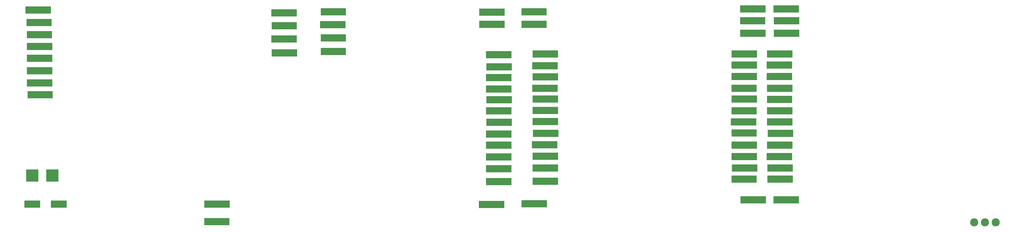
<source format=gbr>
G04 #@! TF.FileFunction,Soldermask,Top*
%FSLAX46Y46*%
G04 Gerber Fmt 4.6, Leading zero omitted, Abs format (unit mm)*
G04 Created by KiCad (PCBNEW 4.0.6) date 05/08/17 10:58:46*
%MOMM*%
%LPD*%
G01*
G04 APERTURE LIST*
%ADD10C,0.100000*%
%ADD11C,1.500000*%
%ADD12R,1.035000X1.670000*%
%ADD13R,3.700000X1.700000*%
%ADD14R,2.940000X2.940000*%
%ADD15C,1.924000*%
G04 APERTURE END LIST*
D10*
D11*
X211412500Y-90281700D03*
D12*
X211793500Y-90281700D03*
X212428500Y-90281700D03*
X211158500Y-90281700D03*
X210523500Y-90281700D03*
X209888500Y-90281700D03*
X213025400Y-90281700D03*
X213622300Y-90281700D03*
X209266200Y-90281700D03*
X208643900Y-90281700D03*
D11*
X213014500Y-82458500D03*
D12*
X213395500Y-82458500D03*
X214030500Y-82458500D03*
X212760500Y-82458500D03*
X212125500Y-82458500D03*
X211490500Y-82458500D03*
X214627400Y-82458500D03*
X215224300Y-82458500D03*
X210868200Y-82458500D03*
X210245900Y-82458500D03*
D11*
X203057700Y-90281700D03*
D12*
X203438700Y-90281700D03*
X204073700Y-90281700D03*
X202803700Y-90281700D03*
X202168700Y-90281700D03*
X201533700Y-90281700D03*
X204670600Y-90281700D03*
X205267500Y-90281700D03*
X200911400Y-90281700D03*
X200289100Y-90281700D03*
D11*
X205013500Y-82407700D03*
D12*
X205394500Y-82407700D03*
X206029500Y-82407700D03*
X204759500Y-82407700D03*
X204124500Y-82407700D03*
X203489500Y-82407700D03*
X206626400Y-82407700D03*
X207223300Y-82407700D03*
X202867200Y-82407700D03*
X202244900Y-82407700D03*
D11*
X156042300Y-90332500D03*
D12*
X156423300Y-90332500D03*
X157058300Y-90332500D03*
X155788300Y-90332500D03*
X155153300Y-90332500D03*
X154518300Y-90332500D03*
X157655200Y-90332500D03*
X158252100Y-90332500D03*
X153896000Y-90332500D03*
X153273700Y-90332500D03*
D11*
X153375300Y-80324900D03*
D12*
X153756300Y-80324900D03*
X154391300Y-80324900D03*
X153121300Y-80324900D03*
X152486300Y-80324900D03*
X151851300Y-80324900D03*
X154988200Y-80324900D03*
X155585100Y-80324900D03*
X151229000Y-80324900D03*
X150606700Y-80324900D03*
D11*
X145062300Y-90490100D03*
D12*
X145443300Y-90490100D03*
X146078300Y-90490100D03*
X144808300Y-90490100D03*
X144173300Y-90490100D03*
X143538300Y-90490100D03*
X146675200Y-90490100D03*
X147272100Y-90490100D03*
X142916000Y-90490100D03*
X142293700Y-90490100D03*
D11*
X143452700Y-80411500D03*
D12*
X143833700Y-80411500D03*
X144468700Y-80411500D03*
X143198700Y-80411500D03*
X142563700Y-80411500D03*
X141928700Y-80411500D03*
X145065600Y-80411500D03*
X145662500Y-80411500D03*
X141306400Y-80411500D03*
X140684100Y-80411500D03*
D11*
X211386100Y-103718300D03*
D12*
X211767100Y-103718300D03*
X212402100Y-103718300D03*
X211132100Y-103718300D03*
X210497100Y-103718300D03*
X209862100Y-103718300D03*
X212999000Y-103718300D03*
X213595900Y-103718300D03*
X209239800Y-103718300D03*
X208617500Y-103718300D03*
D11*
X202981500Y-103769100D03*
D12*
X203362500Y-103769100D03*
X203997500Y-103769100D03*
X202727500Y-103769100D03*
X202092500Y-103769100D03*
X201457500Y-103769100D03*
X204594400Y-103769100D03*
X205191300Y-103769100D03*
X200835200Y-103769100D03*
X200212900Y-103769100D03*
D11*
X211411500Y-106385300D03*
D12*
X211792500Y-106385300D03*
X212427500Y-106385300D03*
X211157500Y-106385300D03*
X210522500Y-106385300D03*
X209887500Y-106385300D03*
X213024400Y-106385300D03*
X213621300Y-106385300D03*
X209265200Y-106385300D03*
X208642900Y-106385300D03*
D11*
X202879900Y-106385300D03*
D12*
X203260900Y-106385300D03*
X203895900Y-106385300D03*
X202625900Y-106385300D03*
X201990900Y-106385300D03*
X201355900Y-106385300D03*
X204492800Y-106385300D03*
X205089700Y-106385300D03*
X200733600Y-106385300D03*
X200111300Y-106385300D03*
D11*
X156067700Y-106309100D03*
D12*
X156448700Y-106309100D03*
X157083700Y-106309100D03*
X155813700Y-106309100D03*
X155178700Y-106309100D03*
X154543700Y-106309100D03*
X157680600Y-106309100D03*
X158277500Y-106309100D03*
X153921400Y-106309100D03*
X153299100Y-106309100D03*
D11*
X145138500Y-106466700D03*
D12*
X145519500Y-106466700D03*
X146154500Y-106466700D03*
X144884500Y-106466700D03*
X144249500Y-106466700D03*
X143614500Y-106466700D03*
X146751400Y-106466700D03*
X147348300Y-106466700D03*
X142992200Y-106466700D03*
X142369900Y-106466700D03*
D11*
X211587500Y-109077700D03*
D12*
X211968500Y-109077700D03*
X212603500Y-109077700D03*
X211333500Y-109077700D03*
X210698500Y-109077700D03*
X210063500Y-109077700D03*
X213200400Y-109077700D03*
X213797300Y-109077700D03*
X209441200Y-109077700D03*
X208818900Y-109077700D03*
D11*
X202981500Y-109026900D03*
D12*
X203362500Y-109026900D03*
X203997500Y-109026900D03*
X202727500Y-109026900D03*
X202092500Y-109026900D03*
X201457500Y-109026900D03*
X204594400Y-109026900D03*
X205191300Y-109026900D03*
X200835200Y-109026900D03*
X200212900Y-109026900D03*
D11*
X156093100Y-109077700D03*
D12*
X156474100Y-109077700D03*
X157109100Y-109077700D03*
X155839100Y-109077700D03*
X155204100Y-109077700D03*
X154569100Y-109077700D03*
X157706000Y-109077700D03*
X158302900Y-109077700D03*
X153946800Y-109077700D03*
X153324500Y-109077700D03*
D11*
X145011500Y-109235300D03*
D12*
X145392500Y-109235300D03*
X146027500Y-109235300D03*
X144757500Y-109235300D03*
X144122500Y-109235300D03*
X143487500Y-109235300D03*
X146624400Y-109235300D03*
X147221300Y-109235300D03*
X142865200Y-109235300D03*
X142242900Y-109235300D03*
D11*
X145062300Y-95900300D03*
D12*
X145443300Y-95900300D03*
X146078300Y-95900300D03*
X144808300Y-95900300D03*
X144173300Y-95900300D03*
X143538300Y-95900300D03*
X146675200Y-95900300D03*
X147272100Y-95900300D03*
X142916000Y-95900300D03*
X142293700Y-95900300D03*
D11*
X145036900Y-120512900D03*
D12*
X145417900Y-120512900D03*
X146052900Y-120512900D03*
X144782900Y-120512900D03*
X144147900Y-120512900D03*
X143512900Y-120512900D03*
X146649800Y-120512900D03*
X147246700Y-120512900D03*
X142890600Y-120512900D03*
X142268300Y-120512900D03*
D11*
X145011500Y-103799700D03*
D12*
X145392500Y-103799700D03*
X146027500Y-103799700D03*
X144757500Y-103799700D03*
X144122500Y-103799700D03*
X143487500Y-103799700D03*
X146624400Y-103799700D03*
X147221300Y-103799700D03*
X142865200Y-103799700D03*
X142242900Y-103799700D03*
D11*
X145036900Y-111902300D03*
D12*
X145417900Y-111902300D03*
X146052900Y-111902300D03*
X144782900Y-111902300D03*
X144147900Y-111902300D03*
X143512900Y-111902300D03*
X146649800Y-111902300D03*
X147246700Y-111902300D03*
X142890600Y-111902300D03*
X142268300Y-111902300D03*
D11*
X211338100Y-92948700D03*
D12*
X211719100Y-92948700D03*
X212354100Y-92948700D03*
X211084100Y-92948700D03*
X210449100Y-92948700D03*
X209814100Y-92948700D03*
X212951000Y-92948700D03*
X213547900Y-92948700D03*
X209191800Y-92948700D03*
X208569500Y-92948700D03*
D11*
X203006900Y-92897900D03*
D12*
X203387900Y-92897900D03*
X204022900Y-92897900D03*
X202752900Y-92897900D03*
X202117900Y-92897900D03*
X201482900Y-92897900D03*
X204619800Y-92897900D03*
X205216700Y-92897900D03*
X200860600Y-92897900D03*
X200238300Y-92897900D03*
D11*
X211361700Y-114614900D03*
D12*
X211742700Y-114614900D03*
X212377700Y-114614900D03*
X211107700Y-114614900D03*
X210472700Y-114614900D03*
X209837700Y-114614900D03*
X212974600Y-114614900D03*
X213571500Y-114614900D03*
X209215400Y-114614900D03*
X208593100Y-114614900D03*
D11*
X203057700Y-114614900D03*
D12*
X203438700Y-114614900D03*
X204073700Y-114614900D03*
X202803700Y-114614900D03*
X202168700Y-114614900D03*
X201533700Y-114614900D03*
X204670600Y-114614900D03*
X205267500Y-114614900D03*
X200911400Y-114614900D03*
X200289100Y-114614900D03*
D11*
X156016900Y-114513300D03*
D12*
X156397900Y-114513300D03*
X157032900Y-114513300D03*
X155762900Y-114513300D03*
X155127900Y-114513300D03*
X154492900Y-114513300D03*
X157629800Y-114513300D03*
X158226700Y-114513300D03*
X153870600Y-114513300D03*
X153248300Y-114513300D03*
D11*
X145036900Y-114696300D03*
D12*
X145417900Y-114696300D03*
X146052900Y-114696300D03*
X144782900Y-114696300D03*
X144147900Y-114696300D03*
X143512900Y-114696300D03*
X146649800Y-114696300D03*
X147246700Y-114696300D03*
X142890600Y-114696300D03*
X142268300Y-114696300D03*
D11*
X211388900Y-98384300D03*
D12*
X211769900Y-98384300D03*
X212404900Y-98384300D03*
X211134900Y-98384300D03*
X210499900Y-98384300D03*
X209864900Y-98384300D03*
X213001800Y-98384300D03*
X213598700Y-98384300D03*
X209242600Y-98384300D03*
X208620300Y-98384300D03*
D11*
X202981500Y-98409700D03*
D12*
X203362500Y-98409700D03*
X203997500Y-98409700D03*
X202727500Y-98409700D03*
X202092500Y-98409700D03*
X201457500Y-98409700D03*
X204594400Y-98409700D03*
X205191300Y-98409700D03*
X200835200Y-98409700D03*
X200212900Y-98409700D03*
D11*
X155966100Y-98409700D03*
D12*
X156347100Y-98409700D03*
X156982100Y-98409700D03*
X155712100Y-98409700D03*
X155077100Y-98409700D03*
X154442100Y-98409700D03*
X157579000Y-98409700D03*
X158175900Y-98409700D03*
X153819800Y-98409700D03*
X153197500Y-98409700D03*
D11*
X145062300Y-98592700D03*
D12*
X145443300Y-98592700D03*
X146078300Y-98592700D03*
X144808300Y-98592700D03*
X144173300Y-98592700D03*
X143538300Y-98592700D03*
X146675200Y-98592700D03*
X147272100Y-98592700D03*
X142916000Y-98592700D03*
X142293700Y-98592700D03*
D11*
X213014500Y-85354100D03*
D12*
X213395500Y-85354100D03*
X214030500Y-85354100D03*
X212760500Y-85354100D03*
X212125500Y-85354100D03*
X211490500Y-85354100D03*
X214627400Y-85354100D03*
X215224300Y-85354100D03*
X210868200Y-85354100D03*
X210245900Y-85354100D03*
D11*
X212963700Y-124825700D03*
D12*
X213344700Y-124825700D03*
X213979700Y-124825700D03*
X212709700Y-124825700D03*
X212074700Y-124825700D03*
X211439700Y-124825700D03*
X214576600Y-124825700D03*
X215173500Y-124825700D03*
X210817400Y-124825700D03*
X210195100Y-124825700D03*
D11*
X205038900Y-85354100D03*
D12*
X205419900Y-85354100D03*
X206054900Y-85354100D03*
X204784900Y-85354100D03*
X204149900Y-85354100D03*
X203514900Y-85354100D03*
X206651800Y-85354100D03*
X207248700Y-85354100D03*
X202892600Y-85354100D03*
X202270300Y-85354100D03*
D11*
X205165900Y-124876500D03*
D12*
X205546900Y-124876500D03*
X206181900Y-124876500D03*
X204911900Y-124876500D03*
X204276900Y-124876500D03*
X203641900Y-124876500D03*
X206778800Y-124876500D03*
X207375700Y-124876500D03*
X203019600Y-124876500D03*
X202397300Y-124876500D03*
D11*
X143351700Y-125931900D03*
D12*
X143732700Y-125931900D03*
X144367700Y-125931900D03*
X143097700Y-125931900D03*
X142462700Y-125931900D03*
X141827700Y-125931900D03*
X144964600Y-125931900D03*
X145561500Y-125931900D03*
X141205400Y-125931900D03*
X140583100Y-125931900D03*
D11*
X153375300Y-83245900D03*
D12*
X153756300Y-83245900D03*
X154391300Y-83245900D03*
X153121300Y-83245900D03*
X152486300Y-83245900D03*
X151851300Y-83245900D03*
X154988200Y-83245900D03*
X155585100Y-83245900D03*
X151229000Y-83245900D03*
X150606700Y-83245900D03*
D11*
X153400700Y-125790900D03*
D12*
X153781700Y-125790900D03*
X154416700Y-125790900D03*
X153146700Y-125790900D03*
X152511700Y-125790900D03*
X151876700Y-125790900D03*
X155013600Y-125790900D03*
X155610500Y-125790900D03*
X151254400Y-125790900D03*
X150632100Y-125790900D03*
D11*
X155966100Y-93126500D03*
D12*
X156347100Y-93126500D03*
X156982100Y-93126500D03*
X155712100Y-93126500D03*
X155077100Y-93126500D03*
X154442100Y-93126500D03*
X157579000Y-93126500D03*
X158175900Y-93126500D03*
X153819800Y-93126500D03*
X153197500Y-93126500D03*
D11*
X156042300Y-95742700D03*
D12*
X156423300Y-95742700D03*
X157058300Y-95742700D03*
X155788300Y-95742700D03*
X155153300Y-95742700D03*
X154518300Y-95742700D03*
X157655200Y-95742700D03*
X158252100Y-95742700D03*
X153896000Y-95742700D03*
X153273700Y-95742700D03*
D11*
X156016900Y-103642100D03*
D12*
X156397900Y-103642100D03*
X157032900Y-103642100D03*
X155762900Y-103642100D03*
X155127900Y-103642100D03*
X154492900Y-103642100D03*
X157629800Y-103642100D03*
X158226700Y-103642100D03*
X153870600Y-103642100D03*
X153248300Y-103642100D03*
D11*
X155864500Y-111770100D03*
D12*
X156245500Y-111770100D03*
X156880500Y-111770100D03*
X155610500Y-111770100D03*
X154975500Y-111770100D03*
X154340500Y-111770100D03*
X157477400Y-111770100D03*
X158074300Y-111770100D03*
X153718200Y-111770100D03*
X153095900Y-111770100D03*
D11*
X156067700Y-120431500D03*
D12*
X156448700Y-120431500D03*
X157083700Y-120431500D03*
X155813700Y-120431500D03*
X155178700Y-120431500D03*
X154543700Y-120431500D03*
X157680600Y-120431500D03*
X158277500Y-120431500D03*
X153921400Y-120431500D03*
X153299100Y-120431500D03*
D11*
X145087700Y-93309500D03*
D12*
X145468700Y-93309500D03*
X146103700Y-93309500D03*
X144833700Y-93309500D03*
X144198700Y-93309500D03*
X143563700Y-93309500D03*
X146700600Y-93309500D03*
X147297500Y-93309500D03*
X142941400Y-93309500D03*
X142319100Y-93309500D03*
D11*
X212963700Y-79664500D03*
D12*
X213344700Y-79664500D03*
X213979700Y-79664500D03*
X212709700Y-79664500D03*
X212074700Y-79664500D03*
X211439700Y-79664500D03*
X214576600Y-79664500D03*
X215173500Y-79664500D03*
X210817400Y-79664500D03*
X210195100Y-79664500D03*
D11*
X211510300Y-119948900D03*
D12*
X211891300Y-119948900D03*
X212526300Y-119948900D03*
X211256300Y-119948900D03*
X210621300Y-119948900D03*
X209986300Y-119948900D03*
X213123200Y-119948900D03*
X213720100Y-119948900D03*
X209364000Y-119948900D03*
X208741700Y-119948900D03*
D11*
X211397900Y-111846300D03*
D12*
X211778900Y-111846300D03*
X212413900Y-111846300D03*
X211143900Y-111846300D03*
X210508900Y-111846300D03*
X209873900Y-111846300D03*
X213010800Y-111846300D03*
X213607700Y-111846300D03*
X209251600Y-111846300D03*
X208629300Y-111846300D03*
D11*
X205038900Y-79639100D03*
D12*
X205419900Y-79639100D03*
X206054900Y-79639100D03*
X204784900Y-79639100D03*
X204149900Y-79639100D03*
X203514900Y-79639100D03*
X206651800Y-79639100D03*
X207248700Y-79639100D03*
X202892600Y-79639100D03*
X202270300Y-79639100D03*
D11*
X202981500Y-119898100D03*
D12*
X203362500Y-119898100D03*
X203997500Y-119898100D03*
X202727500Y-119898100D03*
X202092500Y-119898100D03*
X201457500Y-119898100D03*
X204594400Y-119898100D03*
X205191300Y-119898100D03*
X200835200Y-119898100D03*
X200212900Y-119898100D03*
D11*
X203057700Y-111846300D03*
D12*
X203438700Y-111846300D03*
X204073700Y-111846300D03*
X202803700Y-111846300D03*
X202168700Y-111846300D03*
X201533700Y-111846300D03*
X204670600Y-111846300D03*
X205267500Y-111846300D03*
X200911400Y-111846300D03*
X200289100Y-111846300D03*
D11*
X143426900Y-83259900D03*
D12*
X143807900Y-83259900D03*
X144442900Y-83259900D03*
X143172900Y-83259900D03*
X142537900Y-83259900D03*
X141902900Y-83259900D03*
X145039800Y-83259900D03*
X145636700Y-83259900D03*
X141280600Y-83259900D03*
X140658300Y-83259900D03*
D11*
X211338100Y-95641100D03*
D12*
X211719100Y-95641100D03*
X212354100Y-95641100D03*
X211084100Y-95641100D03*
X210449100Y-95641100D03*
X209814100Y-95641100D03*
X212951000Y-95641100D03*
X213547900Y-95641100D03*
X209191800Y-95641100D03*
X208569500Y-95641100D03*
D11*
X203057700Y-95666500D03*
D12*
X203438700Y-95666500D03*
X204073700Y-95666500D03*
X202803700Y-95666500D03*
X202168700Y-95666500D03*
X201533700Y-95666500D03*
X204670600Y-95666500D03*
X205267500Y-95666500D03*
X200911400Y-95666500D03*
X200289100Y-95666500D03*
D11*
X211484900Y-117307300D03*
D12*
X211865900Y-117307300D03*
X212500900Y-117307300D03*
X211230900Y-117307300D03*
X210595900Y-117307300D03*
X209960900Y-117307300D03*
X213097800Y-117307300D03*
X213694700Y-117307300D03*
X209338600Y-117307300D03*
X208716300Y-117307300D03*
D11*
X203108500Y-117281900D03*
D12*
X203489500Y-117281900D03*
X204124500Y-117281900D03*
X202854500Y-117281900D03*
X202219500Y-117281900D03*
X201584500Y-117281900D03*
X204721400Y-117281900D03*
X205318300Y-117281900D03*
X200962200Y-117281900D03*
X200339900Y-117281900D03*
D11*
X156042300Y-117307300D03*
D12*
X156423300Y-117307300D03*
X157058300Y-117307300D03*
X155788300Y-117307300D03*
X155153300Y-117307300D03*
X154518300Y-117307300D03*
X157655200Y-117307300D03*
X158252100Y-117307300D03*
X153896000Y-117307300D03*
X153273700Y-117307300D03*
D11*
X145011500Y-117490300D03*
D12*
X145392500Y-117490300D03*
X146027500Y-117490300D03*
X144757500Y-117490300D03*
X144122500Y-117490300D03*
X143487500Y-117490300D03*
X146624400Y-117490300D03*
X147221300Y-117490300D03*
X142865200Y-117490300D03*
X142242900Y-117490300D03*
D11*
X211374300Y-101051300D03*
D12*
X211755300Y-101051300D03*
X212390300Y-101051300D03*
X211120300Y-101051300D03*
X210485300Y-101051300D03*
X209850300Y-101051300D03*
X212987200Y-101051300D03*
X213584100Y-101051300D03*
X209228000Y-101051300D03*
X208605700Y-101051300D03*
D11*
X203006900Y-100975100D03*
D12*
X203387900Y-100975100D03*
X204022900Y-100975100D03*
X202752900Y-100975100D03*
X202117900Y-100975100D03*
X201482900Y-100975100D03*
X204619800Y-100975100D03*
X205216700Y-100975100D03*
X200860600Y-100975100D03*
X200238300Y-100975100D03*
D11*
X156067700Y-100949700D03*
D12*
X156448700Y-100949700D03*
X157083700Y-100949700D03*
X155813700Y-100949700D03*
X155178700Y-100949700D03*
X154543700Y-100949700D03*
X157680600Y-100949700D03*
X158277500Y-100949700D03*
X153921400Y-100949700D03*
X153299100Y-100949700D03*
D11*
X145087700Y-101158100D03*
D12*
X145468700Y-101158100D03*
X146103700Y-101158100D03*
X144833700Y-101158100D03*
X144198700Y-101158100D03*
X143563700Y-101158100D03*
X146700600Y-101158100D03*
X147297500Y-101158100D03*
X142941400Y-101158100D03*
X142319100Y-101158100D03*
D11*
X78462700Y-125832900D03*
D12*
X78843700Y-125832900D03*
X79478700Y-125832900D03*
X78208700Y-125832900D03*
X77573700Y-125832900D03*
X76938700Y-125832900D03*
X80075600Y-125832900D03*
X80672500Y-125832900D03*
X76316400Y-125832900D03*
X75694100Y-125832900D03*
D11*
X78444500Y-129966900D03*
D12*
X78825500Y-129966900D03*
X79460500Y-129966900D03*
X78190500Y-129966900D03*
X77555500Y-129966900D03*
X76920500Y-129966900D03*
X80057400Y-129966900D03*
X80654300Y-129966900D03*
X76298200Y-129966900D03*
X75675900Y-129966900D03*
D11*
X105812100Y-83378900D03*
D12*
X106193100Y-83378900D03*
X106828100Y-83378900D03*
X105558100Y-83378900D03*
X104923100Y-83378900D03*
X104288100Y-83378900D03*
X107425000Y-83378900D03*
X108021900Y-83378900D03*
X103665800Y-83378900D03*
X103043500Y-83378900D03*
D11*
X105967100Y-80342900D03*
D12*
X106348100Y-80342900D03*
X106983100Y-80342900D03*
X105713100Y-80342900D03*
X105078100Y-80342900D03*
X104443100Y-80342900D03*
X107580000Y-80342900D03*
X108176900Y-80342900D03*
X103820800Y-80342900D03*
X103198500Y-80342900D03*
D11*
X94338100Y-86737900D03*
D12*
X94719100Y-86737900D03*
X95354100Y-86737900D03*
X94084100Y-86737900D03*
X93449100Y-86737900D03*
X92814100Y-86737900D03*
X95951000Y-86737900D03*
X96547900Y-86737900D03*
X92191800Y-86737900D03*
X91569500Y-86737900D03*
D11*
X94371100Y-90044900D03*
D12*
X94752100Y-90044900D03*
X95387100Y-90044900D03*
X94117100Y-90044900D03*
X93482100Y-90044900D03*
X92847100Y-90044900D03*
X95984000Y-90044900D03*
X96580900Y-90044900D03*
X92224800Y-90044900D03*
X91602500Y-90044900D03*
D11*
X105967100Y-86521900D03*
D12*
X106348100Y-86521900D03*
X106983100Y-86521900D03*
X105713100Y-86521900D03*
X105078100Y-86521900D03*
X104443100Y-86521900D03*
X107580000Y-86521900D03*
X108176900Y-86521900D03*
X103820800Y-86521900D03*
X103198500Y-86521900D03*
D11*
X94313100Y-80550900D03*
D12*
X94694100Y-80550900D03*
X95329100Y-80550900D03*
X94059100Y-80550900D03*
X93424100Y-80550900D03*
X92789100Y-80550900D03*
X95926000Y-80550900D03*
X96522900Y-80550900D03*
X92166800Y-80550900D03*
X91544500Y-80550900D03*
D11*
X94363100Y-83584900D03*
D12*
X94744100Y-83584900D03*
X95379100Y-83584900D03*
X94109100Y-83584900D03*
X93474100Y-83584900D03*
X92839100Y-83584900D03*
X95976000Y-83584900D03*
X96572900Y-83584900D03*
X92216800Y-83584900D03*
X91594500Y-83584900D03*
D11*
X105966100Y-89744900D03*
D12*
X106347100Y-89744900D03*
X106982100Y-89744900D03*
X105712100Y-89744900D03*
X105077100Y-89744900D03*
X104442100Y-89744900D03*
X107579000Y-89744900D03*
X108175900Y-89744900D03*
X103819800Y-89744900D03*
X103197500Y-89744900D03*
D11*
X36267100Y-79918900D03*
D12*
X36648100Y-79918900D03*
X37283100Y-79918900D03*
X36013100Y-79918900D03*
X35378100Y-79918900D03*
X34743100Y-79918900D03*
X37880000Y-79918900D03*
X38476900Y-79918900D03*
X34120800Y-79918900D03*
X33498500Y-79918900D03*
D11*
X36453100Y-82863900D03*
D12*
X36834100Y-82863900D03*
X37469100Y-82863900D03*
X36199100Y-82863900D03*
X35564100Y-82863900D03*
X34929100Y-82863900D03*
X38066000Y-82863900D03*
X38662900Y-82863900D03*
X34306800Y-82863900D03*
X33684500Y-82863900D03*
D11*
X36565100Y-91288900D03*
D12*
X36946100Y-91288900D03*
X37581100Y-91288900D03*
X36311100Y-91288900D03*
X35676100Y-91288900D03*
X35041100Y-91288900D03*
X38178000Y-91288900D03*
X38774900Y-91288900D03*
X34418800Y-91288900D03*
X33796500Y-91288900D03*
D11*
X36554100Y-94266900D03*
D12*
X36935100Y-94266900D03*
X37570100Y-94266900D03*
X36300100Y-94266900D03*
X35665100Y-94266900D03*
X35030100Y-94266900D03*
X38167000Y-94266900D03*
X38763900Y-94266900D03*
X34407800Y-94266900D03*
X33785500Y-94266900D03*
D11*
X36532100Y-85706900D03*
D12*
X36913100Y-85706900D03*
X37548100Y-85706900D03*
X36278100Y-85706900D03*
X35643100Y-85706900D03*
X35008100Y-85706900D03*
X38145000Y-85706900D03*
X38741900Y-85706900D03*
X34385800Y-85706900D03*
X33763500Y-85706900D03*
D11*
X36704100Y-99946900D03*
D12*
X37085100Y-99946900D03*
X37720100Y-99946900D03*
X36450100Y-99946900D03*
X35815100Y-99946900D03*
X35180100Y-99946900D03*
X38317000Y-99946900D03*
X38913900Y-99946900D03*
X34557800Y-99946900D03*
X33935500Y-99946900D03*
D11*
X36555100Y-97130900D03*
D12*
X36936100Y-97130900D03*
X37571100Y-97130900D03*
X36301100Y-97130900D03*
X35666100Y-97130900D03*
X35031100Y-97130900D03*
X38168000Y-97130900D03*
X38764900Y-97130900D03*
X34408800Y-97130900D03*
X33786500Y-97130900D03*
D11*
X36569100Y-88491900D03*
D12*
X36950100Y-88491900D03*
X37585100Y-88491900D03*
X36315100Y-88491900D03*
X35680100Y-88491900D03*
X35045100Y-88491900D03*
X38182000Y-88491900D03*
X38778900Y-88491900D03*
X34422800Y-88491900D03*
X33800500Y-88491900D03*
D13*
X40803100Y-125882900D03*
X34553100Y-125882900D03*
D14*
X34582600Y-119081900D03*
X39281600Y-119081900D03*
D15*
X262165100Y-130188900D03*
X259625100Y-130188900D03*
X257085100Y-130188900D03*
M02*

</source>
